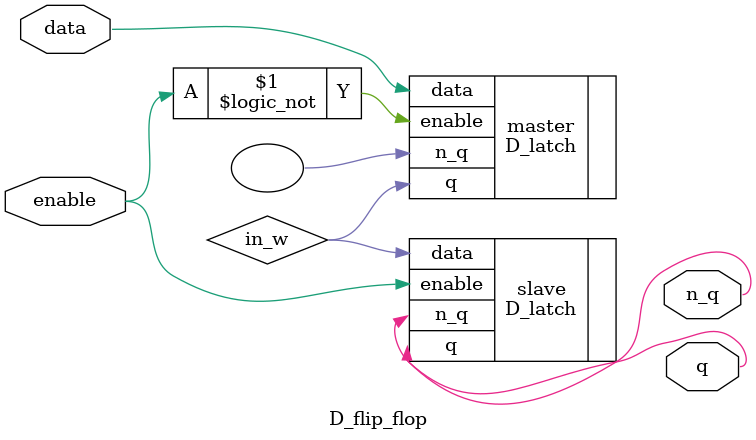
<source format=v>
module D_flip_flop(	input wire data, input wire enable,
			output wire q, output wire n_q);

	wire in_w;
	D_latch master(.data(data), .enable(!enable), .q(in_w), .n_q());
	D_latch slave(.data(in_w), .enable(enable), .q(q), .n_q(n_q));
endmodule

</source>
